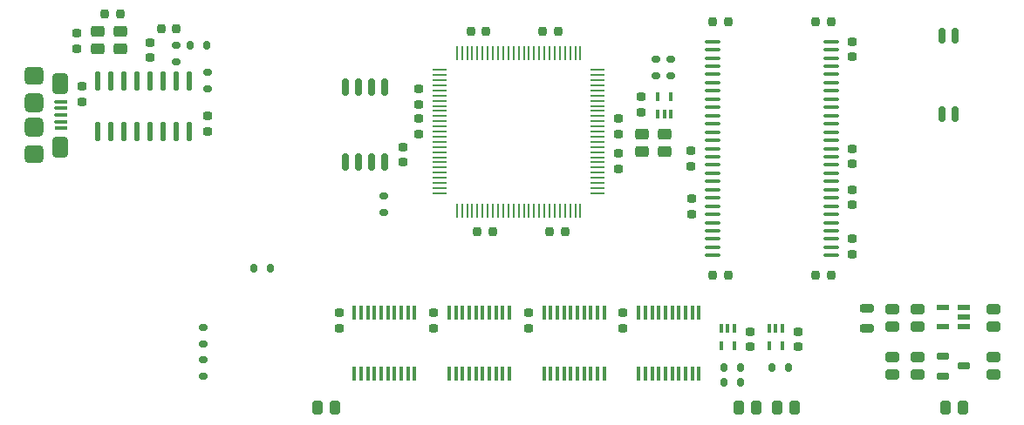
<source format=gtp>
G04 #@! TF.GenerationSoftware,KiCad,Pcbnew,7.0.10*
G04 #@! TF.CreationDate,2024-03-18T20:49:09-04:00*
G04 #@! TF.ProjectId,GR8RAM,47523852-414d-42e6-9b69-6361645f7063,1.0*
G04 #@! TF.SameCoordinates,Original*
G04 #@! TF.FileFunction,Paste,Top*
G04 #@! TF.FilePolarity,Positive*
%FSLAX46Y46*%
G04 Gerber Fmt 4.6, Leading zero omitted, Abs format (unit mm)*
G04 Created by KiCad (PCBNEW 7.0.10) date 2024-03-18 20:49:09*
%MOMM*%
%LPD*%
G01*
G04 APERTURE LIST*
G04 Aperture macros list*
%AMRoundRect*
0 Rectangle with rounded corners*
0 $1 Rounding radius*
0 $2 $3 $4 $5 $6 $7 $8 $9 X,Y pos of 4 corners*
0 Add a 4 corners polygon primitive as box body*
4,1,4,$2,$3,$4,$5,$6,$7,$8,$9,$2,$3,0*
0 Add four circle primitives for the rounded corners*
1,1,$1+$1,$2,$3*
1,1,$1+$1,$4,$5*
1,1,$1+$1,$6,$7*
1,1,$1+$1,$8,$9*
0 Add four rect primitives between the rounded corners*
20,1,$1+$1,$2,$3,$4,$5,0*
20,1,$1+$1,$4,$5,$6,$7,0*
20,1,$1+$1,$6,$7,$8,$9,0*
20,1,$1+$1,$8,$9,$2,$3,0*%
G04 Aperture macros list end*
%ADD10RoundRect,0.080000X-0.555000X0.080000X-0.555000X-0.080000X0.555000X-0.080000X0.555000X0.080000X0*%
%ADD11RoundRect,0.075000X-0.550000X0.075000X-0.550000X-0.075000X0.550000X-0.075000X0.550000X0.075000X0*%
%ADD12RoundRect,0.437500X-0.487500X0.437500X-0.487500X-0.437500X0.487500X-0.437500X0.487500X0.437500X0*%
%ADD13RoundRect,0.387500X-0.387500X0.637500X-0.387500X-0.637500X0.387500X-0.637500X0.387500X0.637500X0*%
%ADD14RoundRect,0.462500X-0.462500X0.462500X-0.462500X-0.462500X0.462500X-0.462500X0.462500X0.462500X0*%
%ADD15RoundRect,0.192500X-0.242500X0.192500X-0.242500X-0.192500X0.242500X-0.192500X0.242500X0.192500X0*%
%ADD16RoundRect,0.177500X0.177500X-0.559500X0.177500X0.559500X-0.177500X0.559500X-0.177500X-0.559500X0*%
%ADD17RoundRect,0.250000X0.250000X0.425000X-0.250000X0.425000X-0.250000X-0.425000X0.250000X-0.425000X0*%
%ADD18RoundRect,0.200000X-0.475000X0.200000X-0.475000X-0.200000X0.475000X-0.200000X0.475000X0.200000X0*%
%ADD19RoundRect,0.192500X0.242500X-0.192500X0.242500X0.192500X-0.242500X0.192500X-0.242500X-0.192500X0*%
%ADD20RoundRect,0.092500X0.092500X-0.592500X0.092500X0.592500X-0.092500X0.592500X-0.092500X-0.592500X0*%
%ADD21RoundRect,0.150000X-0.275000X0.150000X-0.275000X-0.150000X0.275000X-0.150000X0.275000X0.150000X0*%
%ADD22RoundRect,0.080000X-0.080000X0.380000X-0.080000X-0.380000X0.080000X-0.380000X0.080000X0.380000X0*%
%ADD23RoundRect,0.250000X0.425000X-0.250000X0.425000X0.250000X-0.425000X0.250000X-0.425000X-0.250000X0*%
%ADD24RoundRect,0.150000X0.275000X-0.150000X0.275000X0.150000X-0.275000X0.150000X-0.275000X-0.150000X0*%
%ADD25RoundRect,0.137500X0.487500X0.137500X-0.487500X0.137500X-0.487500X-0.137500X0.487500X-0.137500X0*%
%ADD26RoundRect,0.057500X-0.645000X-0.057500X0.645000X-0.057500X0.645000X0.057500X-0.645000X0.057500X0*%
%ADD27RoundRect,0.057500X-0.057500X-0.645000X0.057500X-0.645000X0.057500X0.645000X-0.057500X0.645000X0*%
%ADD28RoundRect,0.150000X0.150000X0.275000X-0.150000X0.275000X-0.150000X-0.275000X0.150000X-0.275000X0*%
%ADD29RoundRect,0.192500X0.192500X0.242500X-0.192500X0.242500X-0.192500X-0.242500X0.192500X-0.242500X0*%
%ADD30RoundRect,0.192500X-0.192500X-0.242500X0.192500X-0.242500X0.192500X0.242500X-0.192500X0.242500X0*%
%ADD31RoundRect,0.080000X0.080000X-0.380000X0.080000X0.380000X-0.080000X0.380000X-0.080000X-0.380000X0*%
%ADD32RoundRect,0.175000X-0.450000X-0.175000X0.450000X-0.175000X0.450000X0.175000X-0.450000X0.175000X0*%
%ADD33RoundRect,0.275000X0.375000X0.275000X-0.375000X0.275000X-0.375000X-0.275000X0.375000X-0.275000X0*%
%ADD34RoundRect,0.137500X-0.137500X0.812500X-0.137500X-0.812500X0.137500X-0.812500X0.137500X0.812500X0*%
%ADD35RoundRect,0.150000X-0.150000X-0.275000X0.150000X-0.275000X0.150000X0.275000X-0.150000X0.275000X0*%
%ADD36RoundRect,0.099500X0.625500X0.099500X-0.625500X0.099500X-0.625500X-0.099500X0.625500X-0.099500X0*%
%ADD37RoundRect,0.275000X-0.375000X-0.275000X0.375000X-0.275000X0.375000X0.275000X-0.375000X0.275000X0*%
%ADD38RoundRect,0.162500X-0.162500X0.662500X-0.162500X-0.662500X0.162500X-0.662500X0.162500X0.662500X0*%
%ADD39RoundRect,0.250000X-0.250000X-0.425000X0.250000X-0.425000X0.250000X0.425000X-0.250000X0.425000X0*%
G04 APERTURE END LIST*
D10*
X49675000Y-98500000D03*
X49675000Y-99150000D03*
X49675000Y-99800000D03*
X49675000Y-100450000D03*
D11*
X49675000Y-101100000D03*
D12*
X47000000Y-96000000D03*
D13*
X49550000Y-96700000D03*
D14*
X47000000Y-98600000D03*
X47000000Y-101000000D03*
D13*
X49550000Y-102900000D03*
D12*
X47000000Y-103600000D03*
D15*
X104200000Y-119050000D03*
X104200000Y-120550000D03*
D16*
X135128000Y-99695000D03*
X136398000Y-99695000D03*
X136398000Y-92075000D03*
X135128000Y-92075000D03*
D17*
X76200000Y-128270000D03*
X74500000Y-128270000D03*
D18*
X127850000Y-118600000D03*
X127850000Y-120500000D03*
D15*
X126450000Y-107050000D03*
X126450000Y-108550000D03*
D19*
X110800000Y-104800000D03*
X110800000Y-103300000D03*
D20*
X96500000Y-124950000D03*
X97150000Y-124950000D03*
X97800000Y-124950000D03*
X98450000Y-124950000D03*
X99100000Y-124950000D03*
X99750000Y-124950000D03*
X100400000Y-124950000D03*
X101050000Y-124950000D03*
X101700000Y-124950000D03*
X102350000Y-124950000D03*
X102350000Y-119050000D03*
X101700000Y-119050000D03*
X101050000Y-119050000D03*
X100400000Y-119050000D03*
X99750000Y-119050000D03*
X99100000Y-119050000D03*
X98450000Y-119050000D03*
X97800000Y-119050000D03*
X97150000Y-119050000D03*
X96500000Y-119050000D03*
D17*
X120826000Y-128270000D03*
X119126000Y-128270000D03*
D21*
X108850000Y-94400000D03*
X108850000Y-96000000D03*
D19*
X121200000Y-122350000D03*
X121200000Y-120850000D03*
D22*
X119650000Y-120500000D03*
X119000000Y-120500000D03*
X118350000Y-120500000D03*
X118350000Y-122200000D03*
X119650000Y-122200000D03*
D23*
X132750000Y-125050000D03*
X132750000Y-123350000D03*
D24*
X63436500Y-125158500D03*
X63436500Y-123558500D03*
D20*
X87300000Y-124950000D03*
X87950000Y-124950000D03*
X88600000Y-124950000D03*
X89250000Y-124950000D03*
X89900000Y-124950000D03*
X90550000Y-124950000D03*
X91200000Y-124950000D03*
X91850000Y-124950000D03*
X92500000Y-124950000D03*
X93150000Y-124950000D03*
X93150000Y-119050000D03*
X92500000Y-119050000D03*
X91850000Y-119050000D03*
X91200000Y-119050000D03*
X90550000Y-119050000D03*
X89900000Y-119050000D03*
X89250000Y-119050000D03*
X88600000Y-119050000D03*
X87950000Y-119050000D03*
X87300000Y-119050000D03*
D19*
X84350000Y-98750000D03*
X84350000Y-97250000D03*
D15*
X105950000Y-98000000D03*
X105950000Y-99500000D03*
D25*
X137300000Y-120400000D03*
X137300000Y-119450000D03*
X137300000Y-118500000D03*
X135200000Y-118500000D03*
X135200000Y-120400000D03*
D26*
X86387500Y-95400000D03*
X86387500Y-95900000D03*
X86387500Y-96400000D03*
X86387500Y-96900000D03*
X86387500Y-97400000D03*
X86387500Y-97900000D03*
X86387500Y-98400000D03*
X86387500Y-98900000D03*
X86387500Y-99400000D03*
X86387500Y-99900000D03*
X86387500Y-100400000D03*
X86387500Y-100900000D03*
X86387500Y-101400000D03*
X86387500Y-101900000D03*
X86387500Y-102400000D03*
X86387500Y-102900000D03*
X86387500Y-103400000D03*
X86387500Y-103900000D03*
X86387500Y-104400000D03*
X86387500Y-104900000D03*
X86387500Y-105400000D03*
X86387500Y-105900000D03*
X86387500Y-106400000D03*
X86387500Y-106900000D03*
X86387500Y-107400000D03*
D27*
X88050000Y-109062500D03*
X88550000Y-109062500D03*
X89050000Y-109062500D03*
X89550000Y-109062500D03*
X90050000Y-109062500D03*
X90550000Y-109062500D03*
X91050000Y-109062500D03*
X91550000Y-109062500D03*
X92050000Y-109062500D03*
X92550000Y-109062500D03*
X93050000Y-109062500D03*
X93550000Y-109062500D03*
X94050000Y-109062500D03*
X94550000Y-109062500D03*
X95050000Y-109062500D03*
X95550000Y-109062500D03*
X96050000Y-109062500D03*
X96550000Y-109062500D03*
X97050000Y-109062500D03*
X97550000Y-109062500D03*
X98050000Y-109062500D03*
X98550000Y-109062500D03*
X99050000Y-109062500D03*
X99550000Y-109062500D03*
X100050000Y-109062500D03*
D26*
X101712500Y-107400000D03*
X101712500Y-106900000D03*
X101712500Y-106400000D03*
X101712500Y-105900000D03*
X101712500Y-105400000D03*
X101712500Y-104900000D03*
X101712500Y-104400000D03*
X101712500Y-103900000D03*
X101712500Y-103400000D03*
X101712500Y-102900000D03*
X101712500Y-102400000D03*
X101712500Y-101900000D03*
X101712500Y-101400000D03*
X101712500Y-100900000D03*
X101712500Y-100400000D03*
X101712500Y-99900000D03*
X101712500Y-99400000D03*
X101712500Y-98900000D03*
X101712500Y-98400000D03*
X101712500Y-97900000D03*
X101712500Y-97400000D03*
X101712500Y-96900000D03*
X101712500Y-96400000D03*
X101712500Y-95900000D03*
X101712500Y-95400000D03*
D27*
X100050000Y-93737500D03*
X99550000Y-93737500D03*
X99050000Y-93737500D03*
X98550000Y-93737500D03*
X98050000Y-93737500D03*
X97550000Y-93737500D03*
X97050000Y-93737500D03*
X96550000Y-93737500D03*
X96050000Y-93737500D03*
X95550000Y-93737500D03*
X95050000Y-93737500D03*
X94550000Y-93737500D03*
X94050000Y-93737500D03*
X93550000Y-93737500D03*
X93050000Y-93737500D03*
X92550000Y-93737500D03*
X92050000Y-93737500D03*
X91550000Y-93737500D03*
X91050000Y-93737500D03*
X90550000Y-93737500D03*
X90050000Y-93737500D03*
X89550000Y-93737500D03*
X89050000Y-93737500D03*
X88550000Y-93737500D03*
X88050000Y-93737500D03*
D28*
X115600000Y-125800000D03*
X114000000Y-125800000D03*
D19*
X110850000Y-109450000D03*
X110850000Y-107950000D03*
D23*
X140100000Y-120400000D03*
X140100000Y-118700000D03*
D15*
X126450000Y-103050000D03*
X126450000Y-104550000D03*
D23*
X130350000Y-120400000D03*
X130350000Y-118700000D03*
D29*
X124400000Y-115350000D03*
X122900000Y-115350000D03*
X114400000Y-115350000D03*
X112900000Y-115350000D03*
D19*
X103750000Y-101650000D03*
X103750000Y-100150000D03*
D21*
X63436500Y-120459500D03*
X63436500Y-122059500D03*
D19*
X58293000Y-94234000D03*
X58293000Y-92734000D03*
D20*
X78100000Y-124950000D03*
X78750000Y-124950000D03*
X79400000Y-124950000D03*
X80050000Y-124950000D03*
X80700000Y-124950000D03*
X81350000Y-124950000D03*
X82000000Y-124950000D03*
X82650000Y-124950000D03*
X83300000Y-124950000D03*
X83950000Y-124950000D03*
X83950000Y-119050000D03*
X83300000Y-119050000D03*
X82650000Y-119050000D03*
X82000000Y-119050000D03*
X81350000Y-119050000D03*
X80700000Y-119050000D03*
X80050000Y-119050000D03*
X79400000Y-119050000D03*
X78750000Y-119050000D03*
X78100000Y-119050000D03*
D19*
X116500000Y-122350000D03*
X116500000Y-120850000D03*
D15*
X103750000Y-103550000D03*
X103750000Y-105050000D03*
X95000000Y-119050000D03*
X95000000Y-120550000D03*
D24*
X80950000Y-109300000D03*
X80950000Y-107700000D03*
D30*
X90050000Y-111100000D03*
X91550000Y-111100000D03*
D19*
X51650000Y-98500000D03*
X51650000Y-97000000D03*
D31*
X107550000Y-99700000D03*
X108200000Y-99700000D03*
X108850000Y-99700000D03*
X108850000Y-98000000D03*
X107550000Y-98000000D03*
D19*
X84350000Y-101650000D03*
X84350000Y-100150000D03*
D29*
X60833000Y-91376500D03*
X59333000Y-91376500D03*
D32*
X135200000Y-123250000D03*
X135200000Y-125150000D03*
X137300000Y-124200000D03*
D33*
X55399400Y-91650600D03*
X53199400Y-91650600D03*
X53199400Y-93350600D03*
X55399400Y-93350600D03*
D29*
X124400000Y-90750000D03*
X122900000Y-90750000D03*
D34*
X62103000Y-96458000D03*
X60833000Y-96458000D03*
X59563000Y-96458000D03*
X58293000Y-96458000D03*
X57023000Y-96458000D03*
X55753000Y-96458000D03*
X54483000Y-96458000D03*
X53213000Y-96458000D03*
X53213000Y-101408000D03*
X54483000Y-101408000D03*
X55753000Y-101408000D03*
X57023000Y-101408000D03*
X58293000Y-101408000D03*
X59563000Y-101408000D03*
X60833000Y-101408000D03*
X62103000Y-101408000D03*
D24*
X60833000Y-94627500D03*
X60833000Y-93027500D03*
D19*
X63817500Y-101409500D03*
X63817500Y-99909500D03*
D35*
X62166500Y-93027500D03*
X63766500Y-93027500D03*
D19*
X51199400Y-93350600D03*
X51199400Y-91850600D03*
D15*
X85800000Y-119050000D03*
X85800000Y-120550000D03*
D19*
X82800000Y-104400000D03*
X82800000Y-102900000D03*
D36*
X124400000Y-113450000D03*
X124400000Y-112650000D03*
X124400000Y-111850000D03*
X124400000Y-111050000D03*
X124400000Y-110250000D03*
X124400000Y-109450000D03*
X124400000Y-108650000D03*
X124400000Y-107850000D03*
X124400000Y-107050000D03*
X124400000Y-106250000D03*
X124400000Y-105450000D03*
X124400000Y-104650000D03*
X124400000Y-103850000D03*
X124400000Y-103050000D03*
X124400000Y-102250000D03*
X124400000Y-101450000D03*
X124400000Y-100650000D03*
X124400000Y-99850000D03*
X124400000Y-99050000D03*
X124400000Y-98250000D03*
X124400000Y-97450000D03*
X124400000Y-96650000D03*
X124400000Y-95850000D03*
X124400000Y-95050000D03*
X124400000Y-94250000D03*
X124400000Y-93450000D03*
X124400000Y-92650000D03*
X112900000Y-92650000D03*
X112900000Y-93450000D03*
X112900000Y-94250000D03*
X112900000Y-95050000D03*
X112900000Y-95850000D03*
X112900000Y-96650000D03*
X112900000Y-97450000D03*
X112900000Y-98250000D03*
X112900000Y-99050000D03*
X112900000Y-99850000D03*
X112900000Y-100650000D03*
X112900000Y-101450000D03*
X112900000Y-102250000D03*
X112900000Y-103050000D03*
X112900000Y-103850000D03*
X112900000Y-104650000D03*
X112900000Y-105450000D03*
X112900000Y-106250000D03*
X112900000Y-107050000D03*
X112900000Y-107850000D03*
X112900000Y-108650000D03*
X112900000Y-109450000D03*
X112900000Y-110250000D03*
X112900000Y-111050000D03*
X112900000Y-111850000D03*
X112900000Y-112650000D03*
X112900000Y-113450000D03*
D22*
X115000000Y-120500000D03*
X114350000Y-120500000D03*
X113700000Y-120500000D03*
X113700000Y-122200000D03*
X115000000Y-122200000D03*
D37*
X106000000Y-103350000D03*
X108200000Y-103350000D03*
X108200000Y-101650000D03*
X106000000Y-101650000D03*
D29*
X114400000Y-90750000D03*
X112900000Y-90750000D03*
D17*
X137160000Y-128270000D03*
X135460000Y-128270000D03*
D30*
X97050000Y-111100000D03*
X98550000Y-111100000D03*
D38*
X81026000Y-97061000D03*
X79756000Y-97061000D03*
X78486000Y-97061000D03*
X77216000Y-97061000D03*
X77216000Y-104361000D03*
X78486000Y-104361000D03*
X79756000Y-104361000D03*
X81026000Y-104361000D03*
D21*
X107350000Y-94400000D03*
X107350000Y-96000000D03*
D29*
X55400000Y-90000600D03*
X53900000Y-90000600D03*
D15*
X126450000Y-92650000D03*
X126450000Y-94150000D03*
D23*
X130350000Y-125050000D03*
X130350000Y-123350000D03*
D21*
X63817500Y-95656500D03*
X63817500Y-97256500D03*
D28*
X120250000Y-124350000D03*
X118650000Y-124350000D03*
X115600000Y-124350000D03*
X114000000Y-124350000D03*
D39*
X115394000Y-128270000D03*
X117094000Y-128270000D03*
D20*
X105700000Y-124950000D03*
X106350000Y-124950000D03*
X107000000Y-124950000D03*
X107650000Y-124950000D03*
X108300000Y-124950000D03*
X108950000Y-124950000D03*
X109600000Y-124950000D03*
X110250000Y-124950000D03*
X110900000Y-124950000D03*
X111550000Y-124950000D03*
X111550000Y-119050000D03*
X110900000Y-119050000D03*
X110250000Y-119050000D03*
X109600000Y-119050000D03*
X108950000Y-119050000D03*
X108300000Y-119050000D03*
X107650000Y-119050000D03*
X107000000Y-119050000D03*
X106350000Y-119050000D03*
X105700000Y-119050000D03*
D29*
X90900000Y-91700000D03*
X89400000Y-91700000D03*
D35*
X68350000Y-114650000D03*
X69950000Y-114650000D03*
D29*
X97900000Y-91700000D03*
X96400000Y-91700000D03*
D23*
X140100000Y-125050000D03*
X140100000Y-123350000D03*
X132750000Y-120400000D03*
X132750000Y-118700000D03*
D15*
X76600000Y-119050000D03*
X76600000Y-120550000D03*
X126450000Y-111850000D03*
X126450000Y-113350000D03*
M02*

</source>
